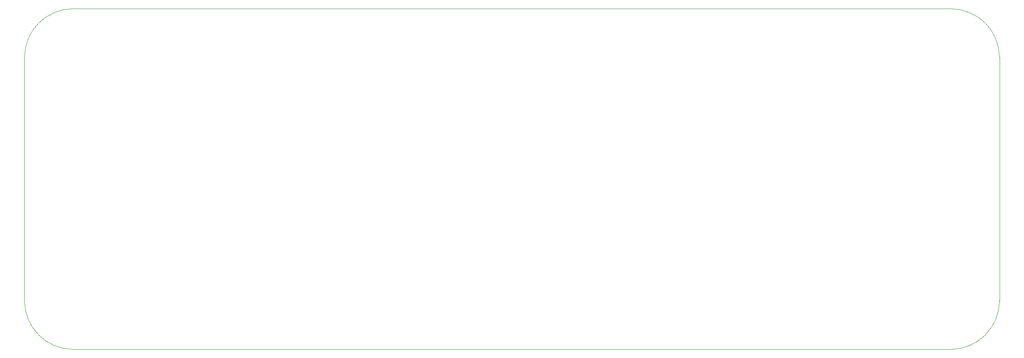
<source format=gm1>
%TF.GenerationSoftware,KiCad,Pcbnew,(5.1.6-0-10_14)*%
%TF.CreationDate,2020-11-10T16:11:36-05:00*%
%TF.ProjectId,honeylight,686f6e65-796c-4696-9768-742e6b696361,0.1.0*%
%TF.SameCoordinates,Original*%
%TF.FileFunction,Profile,NP*%
%FSLAX46Y46*%
G04 Gerber Fmt 4.6, Leading zero omitted, Abs format (unit mm)*
G04 Created by KiCad (PCBNEW (5.1.6-0-10_14)) date 2020-11-10 16:11:36*
%MOMM*%
%LPD*%
G01*
G04 APERTURE LIST*
%TA.AperFunction,Profile*%
%ADD10C,0.050000*%
%TD*%
G04 APERTURE END LIST*
D10*
X50000000Y-60000000D02*
G75*
G02*
X60000000Y-50000000I10000000J0D01*
G01*
X60000000Y-120000000D02*
G75*
G02*
X50000000Y-110000000I0J10000000D01*
G01*
X250000000Y-110000000D02*
G75*
G02*
X240000000Y-120000000I-10000000J0D01*
G01*
X240000000Y-50000000D02*
G75*
G02*
X250000000Y-60000000I0J-10000000D01*
G01*
X240000000Y-120000000D02*
X150000000Y-120000000D01*
X240000000Y-50000000D02*
X150000000Y-50000000D01*
X50000000Y-110000000D02*
X50000000Y-60000000D01*
X150000000Y-120000000D02*
X60000000Y-120000000D01*
X250000000Y-60000000D02*
X250000000Y-110000000D01*
X60000000Y-50000000D02*
X150000000Y-50000000D01*
M02*

</source>
